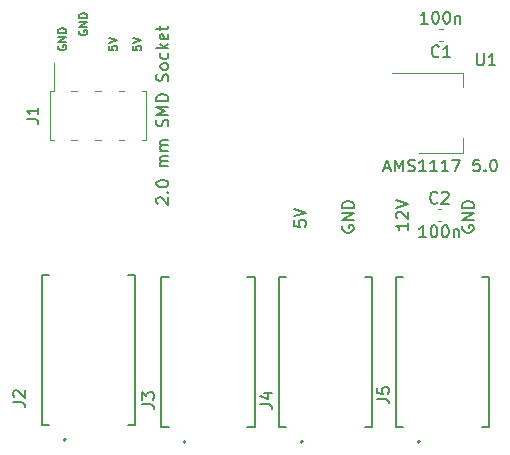
<source format=gbr>
%TF.GenerationSoftware,KiCad,Pcbnew,7.0.9*%
%TF.CreationDate,2023-12-16T14:17:49+09:00*%
%TF.ProjectId,extension,65787465-6e73-4696-9f6e-2e6b69636164,rev?*%
%TF.SameCoordinates,Original*%
%TF.FileFunction,Legend,Top*%
%TF.FilePolarity,Positive*%
%FSLAX46Y46*%
G04 Gerber Fmt 4.6, Leading zero omitted, Abs format (unit mm)*
G04 Created by KiCad (PCBNEW 7.0.9) date 2023-12-16 14:17:49*
%MOMM*%
%LPD*%
G01*
G04 APERTURE LIST*
%ADD10C,0.150000*%
%ADD11C,0.120000*%
%ADD12C,0.127000*%
%ADD13C,0.200000*%
G04 APERTURE END LIST*
D10*
X90679866Y-52961982D02*
X90646533Y-53028649D01*
X90646533Y-53028649D02*
X90646533Y-53128649D01*
X90646533Y-53128649D02*
X90679866Y-53228649D01*
X90679866Y-53228649D02*
X90746533Y-53295316D01*
X90746533Y-53295316D02*
X90813200Y-53328649D01*
X90813200Y-53328649D02*
X90946533Y-53361982D01*
X90946533Y-53361982D02*
X91046533Y-53361982D01*
X91046533Y-53361982D02*
X91179866Y-53328649D01*
X91179866Y-53328649D02*
X91246533Y-53295316D01*
X91246533Y-53295316D02*
X91313200Y-53228649D01*
X91313200Y-53228649D02*
X91346533Y-53128649D01*
X91346533Y-53128649D02*
X91346533Y-53061982D01*
X91346533Y-53061982D02*
X91313200Y-52961982D01*
X91313200Y-52961982D02*
X91279866Y-52928649D01*
X91279866Y-52928649D02*
X91046533Y-52928649D01*
X91046533Y-52928649D02*
X91046533Y-53061982D01*
X91346533Y-52628649D02*
X90646533Y-52628649D01*
X90646533Y-52628649D02*
X91346533Y-52228649D01*
X91346533Y-52228649D02*
X90646533Y-52228649D01*
X91346533Y-51895316D02*
X90646533Y-51895316D01*
X90646533Y-51895316D02*
X90646533Y-51728649D01*
X90646533Y-51728649D02*
X90679866Y-51628649D01*
X90679866Y-51628649D02*
X90746533Y-51561983D01*
X90746533Y-51561983D02*
X90813200Y-51528649D01*
X90813200Y-51528649D02*
X90946533Y-51495316D01*
X90946533Y-51495316D02*
X91046533Y-51495316D01*
X91046533Y-51495316D02*
X91179866Y-51528649D01*
X91179866Y-51528649D02*
X91246533Y-51561983D01*
X91246533Y-51561983D02*
X91313200Y-51628649D01*
X91313200Y-51628649D02*
X91346533Y-51728649D01*
X91346533Y-51728649D02*
X91346533Y-51895316D01*
X108851819Y-69037030D02*
X108851819Y-69513220D01*
X108851819Y-69513220D02*
X109328009Y-69560839D01*
X109328009Y-69560839D02*
X109280390Y-69513220D01*
X109280390Y-69513220D02*
X109232771Y-69417982D01*
X109232771Y-69417982D02*
X109232771Y-69179887D01*
X109232771Y-69179887D02*
X109280390Y-69084649D01*
X109280390Y-69084649D02*
X109328009Y-69037030D01*
X109328009Y-69037030D02*
X109423247Y-68989411D01*
X109423247Y-68989411D02*
X109661342Y-68989411D01*
X109661342Y-68989411D02*
X109756580Y-69037030D01*
X109756580Y-69037030D02*
X109804200Y-69084649D01*
X109804200Y-69084649D02*
X109851819Y-69179887D01*
X109851819Y-69179887D02*
X109851819Y-69417982D01*
X109851819Y-69417982D02*
X109804200Y-69513220D01*
X109804200Y-69513220D02*
X109756580Y-69560839D01*
X108851819Y-68703696D02*
X109851819Y-68370363D01*
X109851819Y-68370363D02*
X108851819Y-68037030D01*
X93186533Y-54265316D02*
X93186533Y-54598649D01*
X93186533Y-54598649D02*
X93519866Y-54631982D01*
X93519866Y-54631982D02*
X93486533Y-54598649D01*
X93486533Y-54598649D02*
X93453200Y-54531982D01*
X93453200Y-54531982D02*
X93453200Y-54365316D01*
X93453200Y-54365316D02*
X93486533Y-54298649D01*
X93486533Y-54298649D02*
X93519866Y-54265316D01*
X93519866Y-54265316D02*
X93586533Y-54231982D01*
X93586533Y-54231982D02*
X93753200Y-54231982D01*
X93753200Y-54231982D02*
X93819866Y-54265316D01*
X93819866Y-54265316D02*
X93853200Y-54298649D01*
X93853200Y-54298649D02*
X93886533Y-54365316D01*
X93886533Y-54365316D02*
X93886533Y-54531982D01*
X93886533Y-54531982D02*
X93853200Y-54598649D01*
X93853200Y-54598649D02*
X93819866Y-54631982D01*
X93186533Y-54031982D02*
X93886533Y-53798649D01*
X93886533Y-53798649D02*
X93186533Y-53565315D01*
X88901866Y-54231982D02*
X88868533Y-54298649D01*
X88868533Y-54298649D02*
X88868533Y-54398649D01*
X88868533Y-54398649D02*
X88901866Y-54498649D01*
X88901866Y-54498649D02*
X88968533Y-54565316D01*
X88968533Y-54565316D02*
X89035200Y-54598649D01*
X89035200Y-54598649D02*
X89168533Y-54631982D01*
X89168533Y-54631982D02*
X89268533Y-54631982D01*
X89268533Y-54631982D02*
X89401866Y-54598649D01*
X89401866Y-54598649D02*
X89468533Y-54565316D01*
X89468533Y-54565316D02*
X89535200Y-54498649D01*
X89535200Y-54498649D02*
X89568533Y-54398649D01*
X89568533Y-54398649D02*
X89568533Y-54331982D01*
X89568533Y-54331982D02*
X89535200Y-54231982D01*
X89535200Y-54231982D02*
X89501866Y-54198649D01*
X89501866Y-54198649D02*
X89268533Y-54198649D01*
X89268533Y-54198649D02*
X89268533Y-54331982D01*
X89568533Y-53898649D02*
X88868533Y-53898649D01*
X88868533Y-53898649D02*
X89568533Y-53498649D01*
X89568533Y-53498649D02*
X88868533Y-53498649D01*
X89568533Y-53165316D02*
X88868533Y-53165316D01*
X88868533Y-53165316D02*
X88868533Y-52998649D01*
X88868533Y-52998649D02*
X88901866Y-52898649D01*
X88901866Y-52898649D02*
X88968533Y-52831983D01*
X88968533Y-52831983D02*
X89035200Y-52798649D01*
X89035200Y-52798649D02*
X89168533Y-52765316D01*
X89168533Y-52765316D02*
X89268533Y-52765316D01*
X89268533Y-52765316D02*
X89401866Y-52798649D01*
X89401866Y-52798649D02*
X89468533Y-52831983D01*
X89468533Y-52831983D02*
X89535200Y-52898649D01*
X89535200Y-52898649D02*
X89568533Y-52998649D01*
X89568533Y-52998649D02*
X89568533Y-53165316D01*
X95218533Y-54265316D02*
X95218533Y-54598649D01*
X95218533Y-54598649D02*
X95551866Y-54631982D01*
X95551866Y-54631982D02*
X95518533Y-54598649D01*
X95518533Y-54598649D02*
X95485200Y-54531982D01*
X95485200Y-54531982D02*
X95485200Y-54365316D01*
X95485200Y-54365316D02*
X95518533Y-54298649D01*
X95518533Y-54298649D02*
X95551866Y-54265316D01*
X95551866Y-54265316D02*
X95618533Y-54231982D01*
X95618533Y-54231982D02*
X95785200Y-54231982D01*
X95785200Y-54231982D02*
X95851866Y-54265316D01*
X95851866Y-54265316D02*
X95885200Y-54298649D01*
X95885200Y-54298649D02*
X95918533Y-54365316D01*
X95918533Y-54365316D02*
X95918533Y-54531982D01*
X95918533Y-54531982D02*
X95885200Y-54598649D01*
X95885200Y-54598649D02*
X95851866Y-54631982D01*
X95218533Y-54031982D02*
X95918533Y-53798649D01*
X95918533Y-53798649D02*
X95218533Y-53565315D01*
X123123438Y-69497411D02*
X123075819Y-69592649D01*
X123075819Y-69592649D02*
X123075819Y-69735506D01*
X123075819Y-69735506D02*
X123123438Y-69878363D01*
X123123438Y-69878363D02*
X123218676Y-69973601D01*
X123218676Y-69973601D02*
X123313914Y-70021220D01*
X123313914Y-70021220D02*
X123504390Y-70068839D01*
X123504390Y-70068839D02*
X123647247Y-70068839D01*
X123647247Y-70068839D02*
X123837723Y-70021220D01*
X123837723Y-70021220D02*
X123932961Y-69973601D01*
X123932961Y-69973601D02*
X124028200Y-69878363D01*
X124028200Y-69878363D02*
X124075819Y-69735506D01*
X124075819Y-69735506D02*
X124075819Y-69640268D01*
X124075819Y-69640268D02*
X124028200Y-69497411D01*
X124028200Y-69497411D02*
X123980580Y-69449792D01*
X123980580Y-69449792D02*
X123647247Y-69449792D01*
X123647247Y-69449792D02*
X123647247Y-69640268D01*
X124075819Y-69021220D02*
X123075819Y-69021220D01*
X123075819Y-69021220D02*
X124075819Y-68449792D01*
X124075819Y-68449792D02*
X123075819Y-68449792D01*
X124075819Y-67973601D02*
X123075819Y-67973601D01*
X123075819Y-67973601D02*
X123075819Y-67735506D01*
X123075819Y-67735506D02*
X123123438Y-67592649D01*
X123123438Y-67592649D02*
X123218676Y-67497411D01*
X123218676Y-67497411D02*
X123313914Y-67449792D01*
X123313914Y-67449792D02*
X123504390Y-67402173D01*
X123504390Y-67402173D02*
X123647247Y-67402173D01*
X123647247Y-67402173D02*
X123837723Y-67449792D01*
X123837723Y-67449792D02*
X123932961Y-67497411D01*
X123932961Y-67497411D02*
X124028200Y-67592649D01*
X124028200Y-67592649D02*
X124075819Y-67735506D01*
X124075819Y-67735506D02*
X124075819Y-67973601D01*
X118487819Y-69243411D02*
X118487819Y-69814839D01*
X118487819Y-69529125D02*
X117487819Y-69529125D01*
X117487819Y-69529125D02*
X117630676Y-69624363D01*
X117630676Y-69624363D02*
X117725914Y-69719601D01*
X117725914Y-69719601D02*
X117773533Y-69814839D01*
X117583057Y-68862458D02*
X117535438Y-68814839D01*
X117535438Y-68814839D02*
X117487819Y-68719601D01*
X117487819Y-68719601D02*
X117487819Y-68481506D01*
X117487819Y-68481506D02*
X117535438Y-68386268D01*
X117535438Y-68386268D02*
X117583057Y-68338649D01*
X117583057Y-68338649D02*
X117678295Y-68291030D01*
X117678295Y-68291030D02*
X117773533Y-68291030D01*
X117773533Y-68291030D02*
X117916390Y-68338649D01*
X117916390Y-68338649D02*
X118487819Y-68910077D01*
X118487819Y-68910077D02*
X118487819Y-68291030D01*
X117487819Y-68005315D02*
X118487819Y-67671982D01*
X118487819Y-67671982D02*
X117487819Y-67338649D01*
X112963438Y-69497411D02*
X112915819Y-69592649D01*
X112915819Y-69592649D02*
X112915819Y-69735506D01*
X112915819Y-69735506D02*
X112963438Y-69878363D01*
X112963438Y-69878363D02*
X113058676Y-69973601D01*
X113058676Y-69973601D02*
X113153914Y-70021220D01*
X113153914Y-70021220D02*
X113344390Y-70068839D01*
X113344390Y-70068839D02*
X113487247Y-70068839D01*
X113487247Y-70068839D02*
X113677723Y-70021220D01*
X113677723Y-70021220D02*
X113772961Y-69973601D01*
X113772961Y-69973601D02*
X113868200Y-69878363D01*
X113868200Y-69878363D02*
X113915819Y-69735506D01*
X113915819Y-69735506D02*
X113915819Y-69640268D01*
X113915819Y-69640268D02*
X113868200Y-69497411D01*
X113868200Y-69497411D02*
X113820580Y-69449792D01*
X113820580Y-69449792D02*
X113487247Y-69449792D01*
X113487247Y-69449792D02*
X113487247Y-69640268D01*
X113915819Y-69021220D02*
X112915819Y-69021220D01*
X112915819Y-69021220D02*
X113915819Y-68449792D01*
X113915819Y-68449792D02*
X112915819Y-68449792D01*
X113915819Y-67973601D02*
X112915819Y-67973601D01*
X112915819Y-67973601D02*
X112915819Y-67735506D01*
X112915819Y-67735506D02*
X112963438Y-67592649D01*
X112963438Y-67592649D02*
X113058676Y-67497411D01*
X113058676Y-67497411D02*
X113153914Y-67449792D01*
X113153914Y-67449792D02*
X113344390Y-67402173D01*
X113344390Y-67402173D02*
X113487247Y-67402173D01*
X113487247Y-67402173D02*
X113677723Y-67449792D01*
X113677723Y-67449792D02*
X113772961Y-67497411D01*
X113772961Y-67497411D02*
X113868200Y-67592649D01*
X113868200Y-67592649D02*
X113915819Y-67735506D01*
X113915819Y-67735506D02*
X113915819Y-67973601D01*
X121118333Y-55129580D02*
X121070714Y-55177200D01*
X121070714Y-55177200D02*
X120927857Y-55224819D01*
X120927857Y-55224819D02*
X120832619Y-55224819D01*
X120832619Y-55224819D02*
X120689762Y-55177200D01*
X120689762Y-55177200D02*
X120594524Y-55081961D01*
X120594524Y-55081961D02*
X120546905Y-54986723D01*
X120546905Y-54986723D02*
X120499286Y-54796247D01*
X120499286Y-54796247D02*
X120499286Y-54653390D01*
X120499286Y-54653390D02*
X120546905Y-54462914D01*
X120546905Y-54462914D02*
X120594524Y-54367676D01*
X120594524Y-54367676D02*
X120689762Y-54272438D01*
X120689762Y-54272438D02*
X120832619Y-54224819D01*
X120832619Y-54224819D02*
X120927857Y-54224819D01*
X120927857Y-54224819D02*
X121070714Y-54272438D01*
X121070714Y-54272438D02*
X121118333Y-54320057D01*
X122070714Y-55224819D02*
X121499286Y-55224819D01*
X121785000Y-55224819D02*
X121785000Y-54224819D01*
X121785000Y-54224819D02*
X121689762Y-54367676D01*
X121689762Y-54367676D02*
X121594524Y-54462914D01*
X121594524Y-54462914D02*
X121499286Y-54510533D01*
X120165952Y-52364819D02*
X119594524Y-52364819D01*
X119880238Y-52364819D02*
X119880238Y-51364819D01*
X119880238Y-51364819D02*
X119785000Y-51507676D01*
X119785000Y-51507676D02*
X119689762Y-51602914D01*
X119689762Y-51602914D02*
X119594524Y-51650533D01*
X120785000Y-51364819D02*
X120880238Y-51364819D01*
X120880238Y-51364819D02*
X120975476Y-51412438D01*
X120975476Y-51412438D02*
X121023095Y-51460057D01*
X121023095Y-51460057D02*
X121070714Y-51555295D01*
X121070714Y-51555295D02*
X121118333Y-51745771D01*
X121118333Y-51745771D02*
X121118333Y-51983866D01*
X121118333Y-51983866D02*
X121070714Y-52174342D01*
X121070714Y-52174342D02*
X121023095Y-52269580D01*
X121023095Y-52269580D02*
X120975476Y-52317200D01*
X120975476Y-52317200D02*
X120880238Y-52364819D01*
X120880238Y-52364819D02*
X120785000Y-52364819D01*
X120785000Y-52364819D02*
X120689762Y-52317200D01*
X120689762Y-52317200D02*
X120642143Y-52269580D01*
X120642143Y-52269580D02*
X120594524Y-52174342D01*
X120594524Y-52174342D02*
X120546905Y-51983866D01*
X120546905Y-51983866D02*
X120546905Y-51745771D01*
X120546905Y-51745771D02*
X120594524Y-51555295D01*
X120594524Y-51555295D02*
X120642143Y-51460057D01*
X120642143Y-51460057D02*
X120689762Y-51412438D01*
X120689762Y-51412438D02*
X120785000Y-51364819D01*
X121737381Y-51364819D02*
X121832619Y-51364819D01*
X121832619Y-51364819D02*
X121927857Y-51412438D01*
X121927857Y-51412438D02*
X121975476Y-51460057D01*
X121975476Y-51460057D02*
X122023095Y-51555295D01*
X122023095Y-51555295D02*
X122070714Y-51745771D01*
X122070714Y-51745771D02*
X122070714Y-51983866D01*
X122070714Y-51983866D02*
X122023095Y-52174342D01*
X122023095Y-52174342D02*
X121975476Y-52269580D01*
X121975476Y-52269580D02*
X121927857Y-52317200D01*
X121927857Y-52317200D02*
X121832619Y-52364819D01*
X121832619Y-52364819D02*
X121737381Y-52364819D01*
X121737381Y-52364819D02*
X121642143Y-52317200D01*
X121642143Y-52317200D02*
X121594524Y-52269580D01*
X121594524Y-52269580D02*
X121546905Y-52174342D01*
X121546905Y-52174342D02*
X121499286Y-51983866D01*
X121499286Y-51983866D02*
X121499286Y-51745771D01*
X121499286Y-51745771D02*
X121546905Y-51555295D01*
X121546905Y-51555295D02*
X121594524Y-51460057D01*
X121594524Y-51460057D02*
X121642143Y-51412438D01*
X121642143Y-51412438D02*
X121737381Y-51364819D01*
X122499286Y-51698152D02*
X122499286Y-52364819D01*
X122499286Y-51793390D02*
X122546905Y-51745771D01*
X122546905Y-51745771D02*
X122642143Y-51698152D01*
X122642143Y-51698152D02*
X122785000Y-51698152D01*
X122785000Y-51698152D02*
X122880238Y-51745771D01*
X122880238Y-51745771D02*
X122927857Y-51841009D01*
X122927857Y-51841009D02*
X122927857Y-52364819D01*
X120978333Y-67509580D02*
X120930714Y-67557200D01*
X120930714Y-67557200D02*
X120787857Y-67604819D01*
X120787857Y-67604819D02*
X120692619Y-67604819D01*
X120692619Y-67604819D02*
X120549762Y-67557200D01*
X120549762Y-67557200D02*
X120454524Y-67461961D01*
X120454524Y-67461961D02*
X120406905Y-67366723D01*
X120406905Y-67366723D02*
X120359286Y-67176247D01*
X120359286Y-67176247D02*
X120359286Y-67033390D01*
X120359286Y-67033390D02*
X120406905Y-66842914D01*
X120406905Y-66842914D02*
X120454524Y-66747676D01*
X120454524Y-66747676D02*
X120549762Y-66652438D01*
X120549762Y-66652438D02*
X120692619Y-66604819D01*
X120692619Y-66604819D02*
X120787857Y-66604819D01*
X120787857Y-66604819D02*
X120930714Y-66652438D01*
X120930714Y-66652438D02*
X120978333Y-66700057D01*
X121359286Y-66700057D02*
X121406905Y-66652438D01*
X121406905Y-66652438D02*
X121502143Y-66604819D01*
X121502143Y-66604819D02*
X121740238Y-66604819D01*
X121740238Y-66604819D02*
X121835476Y-66652438D01*
X121835476Y-66652438D02*
X121883095Y-66700057D01*
X121883095Y-66700057D02*
X121930714Y-66795295D01*
X121930714Y-66795295D02*
X121930714Y-66890533D01*
X121930714Y-66890533D02*
X121883095Y-67033390D01*
X121883095Y-67033390D02*
X121311667Y-67604819D01*
X121311667Y-67604819D02*
X121930714Y-67604819D01*
X120025952Y-70464819D02*
X119454524Y-70464819D01*
X119740238Y-70464819D02*
X119740238Y-69464819D01*
X119740238Y-69464819D02*
X119645000Y-69607676D01*
X119645000Y-69607676D02*
X119549762Y-69702914D01*
X119549762Y-69702914D02*
X119454524Y-69750533D01*
X120645000Y-69464819D02*
X120740238Y-69464819D01*
X120740238Y-69464819D02*
X120835476Y-69512438D01*
X120835476Y-69512438D02*
X120883095Y-69560057D01*
X120883095Y-69560057D02*
X120930714Y-69655295D01*
X120930714Y-69655295D02*
X120978333Y-69845771D01*
X120978333Y-69845771D02*
X120978333Y-70083866D01*
X120978333Y-70083866D02*
X120930714Y-70274342D01*
X120930714Y-70274342D02*
X120883095Y-70369580D01*
X120883095Y-70369580D02*
X120835476Y-70417200D01*
X120835476Y-70417200D02*
X120740238Y-70464819D01*
X120740238Y-70464819D02*
X120645000Y-70464819D01*
X120645000Y-70464819D02*
X120549762Y-70417200D01*
X120549762Y-70417200D02*
X120502143Y-70369580D01*
X120502143Y-70369580D02*
X120454524Y-70274342D01*
X120454524Y-70274342D02*
X120406905Y-70083866D01*
X120406905Y-70083866D02*
X120406905Y-69845771D01*
X120406905Y-69845771D02*
X120454524Y-69655295D01*
X120454524Y-69655295D02*
X120502143Y-69560057D01*
X120502143Y-69560057D02*
X120549762Y-69512438D01*
X120549762Y-69512438D02*
X120645000Y-69464819D01*
X121597381Y-69464819D02*
X121692619Y-69464819D01*
X121692619Y-69464819D02*
X121787857Y-69512438D01*
X121787857Y-69512438D02*
X121835476Y-69560057D01*
X121835476Y-69560057D02*
X121883095Y-69655295D01*
X121883095Y-69655295D02*
X121930714Y-69845771D01*
X121930714Y-69845771D02*
X121930714Y-70083866D01*
X121930714Y-70083866D02*
X121883095Y-70274342D01*
X121883095Y-70274342D02*
X121835476Y-70369580D01*
X121835476Y-70369580D02*
X121787857Y-70417200D01*
X121787857Y-70417200D02*
X121692619Y-70464819D01*
X121692619Y-70464819D02*
X121597381Y-70464819D01*
X121597381Y-70464819D02*
X121502143Y-70417200D01*
X121502143Y-70417200D02*
X121454524Y-70369580D01*
X121454524Y-70369580D02*
X121406905Y-70274342D01*
X121406905Y-70274342D02*
X121359286Y-70083866D01*
X121359286Y-70083866D02*
X121359286Y-69845771D01*
X121359286Y-69845771D02*
X121406905Y-69655295D01*
X121406905Y-69655295D02*
X121454524Y-69560057D01*
X121454524Y-69560057D02*
X121502143Y-69512438D01*
X121502143Y-69512438D02*
X121597381Y-69464819D01*
X122359286Y-69798152D02*
X122359286Y-70464819D01*
X122359286Y-69893390D02*
X122406905Y-69845771D01*
X122406905Y-69845771D02*
X122502143Y-69798152D01*
X122502143Y-69798152D02*
X122645000Y-69798152D01*
X122645000Y-69798152D02*
X122740238Y-69845771D01*
X122740238Y-69845771D02*
X122787857Y-69941009D01*
X122787857Y-69941009D02*
X122787857Y-70464819D01*
X86204819Y-60478333D02*
X86919104Y-60478333D01*
X86919104Y-60478333D02*
X87061961Y-60525952D01*
X87061961Y-60525952D02*
X87157200Y-60621190D01*
X87157200Y-60621190D02*
X87204819Y-60764047D01*
X87204819Y-60764047D02*
X87204819Y-60859285D01*
X87204819Y-59478333D02*
X87204819Y-60049761D01*
X87204819Y-59764047D02*
X86204819Y-59764047D01*
X86204819Y-59764047D02*
X86347676Y-59859285D01*
X86347676Y-59859285D02*
X86442914Y-59954523D01*
X86442914Y-59954523D02*
X86490533Y-60049761D01*
X97300057Y-67644999D02*
X97252438Y-67597380D01*
X97252438Y-67597380D02*
X97204819Y-67502142D01*
X97204819Y-67502142D02*
X97204819Y-67264047D01*
X97204819Y-67264047D02*
X97252438Y-67168809D01*
X97252438Y-67168809D02*
X97300057Y-67121190D01*
X97300057Y-67121190D02*
X97395295Y-67073571D01*
X97395295Y-67073571D02*
X97490533Y-67073571D01*
X97490533Y-67073571D02*
X97633390Y-67121190D01*
X97633390Y-67121190D02*
X98204819Y-67692618D01*
X98204819Y-67692618D02*
X98204819Y-67073571D01*
X98109580Y-66644999D02*
X98157200Y-66597380D01*
X98157200Y-66597380D02*
X98204819Y-66644999D01*
X98204819Y-66644999D02*
X98157200Y-66692618D01*
X98157200Y-66692618D02*
X98109580Y-66644999D01*
X98109580Y-66644999D02*
X98204819Y-66644999D01*
X97204819Y-65978333D02*
X97204819Y-65883095D01*
X97204819Y-65883095D02*
X97252438Y-65787857D01*
X97252438Y-65787857D02*
X97300057Y-65740238D01*
X97300057Y-65740238D02*
X97395295Y-65692619D01*
X97395295Y-65692619D02*
X97585771Y-65645000D01*
X97585771Y-65645000D02*
X97823866Y-65645000D01*
X97823866Y-65645000D02*
X98014342Y-65692619D01*
X98014342Y-65692619D02*
X98109580Y-65740238D01*
X98109580Y-65740238D02*
X98157200Y-65787857D01*
X98157200Y-65787857D02*
X98204819Y-65883095D01*
X98204819Y-65883095D02*
X98204819Y-65978333D01*
X98204819Y-65978333D02*
X98157200Y-66073571D01*
X98157200Y-66073571D02*
X98109580Y-66121190D01*
X98109580Y-66121190D02*
X98014342Y-66168809D01*
X98014342Y-66168809D02*
X97823866Y-66216428D01*
X97823866Y-66216428D02*
X97585771Y-66216428D01*
X97585771Y-66216428D02*
X97395295Y-66168809D01*
X97395295Y-66168809D02*
X97300057Y-66121190D01*
X97300057Y-66121190D02*
X97252438Y-66073571D01*
X97252438Y-66073571D02*
X97204819Y-65978333D01*
X98204819Y-64454523D02*
X97538152Y-64454523D01*
X97633390Y-64454523D02*
X97585771Y-64406904D01*
X97585771Y-64406904D02*
X97538152Y-64311666D01*
X97538152Y-64311666D02*
X97538152Y-64168809D01*
X97538152Y-64168809D02*
X97585771Y-64073571D01*
X97585771Y-64073571D02*
X97681009Y-64025952D01*
X97681009Y-64025952D02*
X98204819Y-64025952D01*
X97681009Y-64025952D02*
X97585771Y-63978333D01*
X97585771Y-63978333D02*
X97538152Y-63883095D01*
X97538152Y-63883095D02*
X97538152Y-63740238D01*
X97538152Y-63740238D02*
X97585771Y-63644999D01*
X97585771Y-63644999D02*
X97681009Y-63597380D01*
X97681009Y-63597380D02*
X98204819Y-63597380D01*
X98204819Y-63121190D02*
X97538152Y-63121190D01*
X97633390Y-63121190D02*
X97585771Y-63073571D01*
X97585771Y-63073571D02*
X97538152Y-62978333D01*
X97538152Y-62978333D02*
X97538152Y-62835476D01*
X97538152Y-62835476D02*
X97585771Y-62740238D01*
X97585771Y-62740238D02*
X97681009Y-62692619D01*
X97681009Y-62692619D02*
X98204819Y-62692619D01*
X97681009Y-62692619D02*
X97585771Y-62645000D01*
X97585771Y-62645000D02*
X97538152Y-62549762D01*
X97538152Y-62549762D02*
X97538152Y-62406905D01*
X97538152Y-62406905D02*
X97585771Y-62311666D01*
X97585771Y-62311666D02*
X97681009Y-62264047D01*
X97681009Y-62264047D02*
X98204819Y-62264047D01*
X98157200Y-61073571D02*
X98204819Y-60930714D01*
X98204819Y-60930714D02*
X98204819Y-60692619D01*
X98204819Y-60692619D02*
X98157200Y-60597381D01*
X98157200Y-60597381D02*
X98109580Y-60549762D01*
X98109580Y-60549762D02*
X98014342Y-60502143D01*
X98014342Y-60502143D02*
X97919104Y-60502143D01*
X97919104Y-60502143D02*
X97823866Y-60549762D01*
X97823866Y-60549762D02*
X97776247Y-60597381D01*
X97776247Y-60597381D02*
X97728628Y-60692619D01*
X97728628Y-60692619D02*
X97681009Y-60883095D01*
X97681009Y-60883095D02*
X97633390Y-60978333D01*
X97633390Y-60978333D02*
X97585771Y-61025952D01*
X97585771Y-61025952D02*
X97490533Y-61073571D01*
X97490533Y-61073571D02*
X97395295Y-61073571D01*
X97395295Y-61073571D02*
X97300057Y-61025952D01*
X97300057Y-61025952D02*
X97252438Y-60978333D01*
X97252438Y-60978333D02*
X97204819Y-60883095D01*
X97204819Y-60883095D02*
X97204819Y-60645000D01*
X97204819Y-60645000D02*
X97252438Y-60502143D01*
X98204819Y-60073571D02*
X97204819Y-60073571D01*
X97204819Y-60073571D02*
X97919104Y-59740238D01*
X97919104Y-59740238D02*
X97204819Y-59406905D01*
X97204819Y-59406905D02*
X98204819Y-59406905D01*
X98204819Y-58930714D02*
X97204819Y-58930714D01*
X97204819Y-58930714D02*
X97204819Y-58692619D01*
X97204819Y-58692619D02*
X97252438Y-58549762D01*
X97252438Y-58549762D02*
X97347676Y-58454524D01*
X97347676Y-58454524D02*
X97442914Y-58406905D01*
X97442914Y-58406905D02*
X97633390Y-58359286D01*
X97633390Y-58359286D02*
X97776247Y-58359286D01*
X97776247Y-58359286D02*
X97966723Y-58406905D01*
X97966723Y-58406905D02*
X98061961Y-58454524D01*
X98061961Y-58454524D02*
X98157200Y-58549762D01*
X98157200Y-58549762D02*
X98204819Y-58692619D01*
X98204819Y-58692619D02*
X98204819Y-58930714D01*
X98157200Y-57216428D02*
X98204819Y-57073571D01*
X98204819Y-57073571D02*
X98204819Y-56835476D01*
X98204819Y-56835476D02*
X98157200Y-56740238D01*
X98157200Y-56740238D02*
X98109580Y-56692619D01*
X98109580Y-56692619D02*
X98014342Y-56645000D01*
X98014342Y-56645000D02*
X97919104Y-56645000D01*
X97919104Y-56645000D02*
X97823866Y-56692619D01*
X97823866Y-56692619D02*
X97776247Y-56740238D01*
X97776247Y-56740238D02*
X97728628Y-56835476D01*
X97728628Y-56835476D02*
X97681009Y-57025952D01*
X97681009Y-57025952D02*
X97633390Y-57121190D01*
X97633390Y-57121190D02*
X97585771Y-57168809D01*
X97585771Y-57168809D02*
X97490533Y-57216428D01*
X97490533Y-57216428D02*
X97395295Y-57216428D01*
X97395295Y-57216428D02*
X97300057Y-57168809D01*
X97300057Y-57168809D02*
X97252438Y-57121190D01*
X97252438Y-57121190D02*
X97204819Y-57025952D01*
X97204819Y-57025952D02*
X97204819Y-56787857D01*
X97204819Y-56787857D02*
X97252438Y-56645000D01*
X98204819Y-56073571D02*
X98157200Y-56168809D01*
X98157200Y-56168809D02*
X98109580Y-56216428D01*
X98109580Y-56216428D02*
X98014342Y-56264047D01*
X98014342Y-56264047D02*
X97728628Y-56264047D01*
X97728628Y-56264047D02*
X97633390Y-56216428D01*
X97633390Y-56216428D02*
X97585771Y-56168809D01*
X97585771Y-56168809D02*
X97538152Y-56073571D01*
X97538152Y-56073571D02*
X97538152Y-55930714D01*
X97538152Y-55930714D02*
X97585771Y-55835476D01*
X97585771Y-55835476D02*
X97633390Y-55787857D01*
X97633390Y-55787857D02*
X97728628Y-55740238D01*
X97728628Y-55740238D02*
X98014342Y-55740238D01*
X98014342Y-55740238D02*
X98109580Y-55787857D01*
X98109580Y-55787857D02*
X98157200Y-55835476D01*
X98157200Y-55835476D02*
X98204819Y-55930714D01*
X98204819Y-55930714D02*
X98204819Y-56073571D01*
X98157200Y-54883095D02*
X98204819Y-54978333D01*
X98204819Y-54978333D02*
X98204819Y-55168809D01*
X98204819Y-55168809D02*
X98157200Y-55264047D01*
X98157200Y-55264047D02*
X98109580Y-55311666D01*
X98109580Y-55311666D02*
X98014342Y-55359285D01*
X98014342Y-55359285D02*
X97728628Y-55359285D01*
X97728628Y-55359285D02*
X97633390Y-55311666D01*
X97633390Y-55311666D02*
X97585771Y-55264047D01*
X97585771Y-55264047D02*
X97538152Y-55168809D01*
X97538152Y-55168809D02*
X97538152Y-54978333D01*
X97538152Y-54978333D02*
X97585771Y-54883095D01*
X98204819Y-54454523D02*
X97204819Y-54454523D01*
X97823866Y-54359285D02*
X98204819Y-54073571D01*
X97538152Y-54073571D02*
X97919104Y-54454523D01*
X98157200Y-53264047D02*
X98204819Y-53359285D01*
X98204819Y-53359285D02*
X98204819Y-53549761D01*
X98204819Y-53549761D02*
X98157200Y-53644999D01*
X98157200Y-53644999D02*
X98061961Y-53692618D01*
X98061961Y-53692618D02*
X97681009Y-53692618D01*
X97681009Y-53692618D02*
X97585771Y-53644999D01*
X97585771Y-53644999D02*
X97538152Y-53549761D01*
X97538152Y-53549761D02*
X97538152Y-53359285D01*
X97538152Y-53359285D02*
X97585771Y-53264047D01*
X97585771Y-53264047D02*
X97681009Y-53216428D01*
X97681009Y-53216428D02*
X97776247Y-53216428D01*
X97776247Y-53216428D02*
X97871485Y-53692618D01*
X97538152Y-52930713D02*
X97538152Y-52549761D01*
X97204819Y-52787856D02*
X98061961Y-52787856D01*
X98061961Y-52787856D02*
X98157200Y-52740237D01*
X98157200Y-52740237D02*
X98204819Y-52644999D01*
X98204819Y-52644999D02*
X98204819Y-52549761D01*
X105975819Y-84588333D02*
X106690104Y-84588333D01*
X106690104Y-84588333D02*
X106832961Y-84635952D01*
X106832961Y-84635952D02*
X106928200Y-84731190D01*
X106928200Y-84731190D02*
X106975819Y-84874047D01*
X106975819Y-84874047D02*
X106975819Y-84969285D01*
X106309152Y-83683571D02*
X106975819Y-83683571D01*
X105928200Y-83921666D02*
X106642485Y-84159761D01*
X106642485Y-84159761D02*
X106642485Y-83540714D01*
X85059819Y-84418333D02*
X85774104Y-84418333D01*
X85774104Y-84418333D02*
X85916961Y-84465952D01*
X85916961Y-84465952D02*
X86012200Y-84561190D01*
X86012200Y-84561190D02*
X86059819Y-84704047D01*
X86059819Y-84704047D02*
X86059819Y-84799285D01*
X85155057Y-83989761D02*
X85107438Y-83942142D01*
X85107438Y-83942142D02*
X85059819Y-83846904D01*
X85059819Y-83846904D02*
X85059819Y-83608809D01*
X85059819Y-83608809D02*
X85107438Y-83513571D01*
X85107438Y-83513571D02*
X85155057Y-83465952D01*
X85155057Y-83465952D02*
X85250295Y-83418333D01*
X85250295Y-83418333D02*
X85345533Y-83418333D01*
X85345533Y-83418333D02*
X85488390Y-83465952D01*
X85488390Y-83465952D02*
X86059819Y-84037380D01*
X86059819Y-84037380D02*
X86059819Y-83418333D01*
X95974819Y-84588333D02*
X96689104Y-84588333D01*
X96689104Y-84588333D02*
X96831961Y-84635952D01*
X96831961Y-84635952D02*
X96927200Y-84731190D01*
X96927200Y-84731190D02*
X96974819Y-84874047D01*
X96974819Y-84874047D02*
X96974819Y-84969285D01*
X95974819Y-84207380D02*
X95974819Y-83588333D01*
X95974819Y-83588333D02*
X96355771Y-83921666D01*
X96355771Y-83921666D02*
X96355771Y-83778809D01*
X96355771Y-83778809D02*
X96403390Y-83683571D01*
X96403390Y-83683571D02*
X96451009Y-83635952D01*
X96451009Y-83635952D02*
X96546247Y-83588333D01*
X96546247Y-83588333D02*
X96784342Y-83588333D01*
X96784342Y-83588333D02*
X96879580Y-83635952D01*
X96879580Y-83635952D02*
X96927200Y-83683571D01*
X96927200Y-83683571D02*
X96974819Y-83778809D01*
X96974819Y-83778809D02*
X96974819Y-84064523D01*
X96974819Y-84064523D02*
X96927200Y-84159761D01*
X96927200Y-84159761D02*
X96879580Y-84207380D01*
X115881819Y-84153333D02*
X116596104Y-84153333D01*
X116596104Y-84153333D02*
X116738961Y-84200952D01*
X116738961Y-84200952D02*
X116834200Y-84296190D01*
X116834200Y-84296190D02*
X116881819Y-84439047D01*
X116881819Y-84439047D02*
X116881819Y-84534285D01*
X115881819Y-83200952D02*
X115881819Y-83677142D01*
X115881819Y-83677142D02*
X116358009Y-83724761D01*
X116358009Y-83724761D02*
X116310390Y-83677142D01*
X116310390Y-83677142D02*
X116262771Y-83581904D01*
X116262771Y-83581904D02*
X116262771Y-83343809D01*
X116262771Y-83343809D02*
X116310390Y-83248571D01*
X116310390Y-83248571D02*
X116358009Y-83200952D01*
X116358009Y-83200952D02*
X116453247Y-83153333D01*
X116453247Y-83153333D02*
X116691342Y-83153333D01*
X116691342Y-83153333D02*
X116786580Y-83200952D01*
X116786580Y-83200952D02*
X116834200Y-83248571D01*
X116834200Y-83248571D02*
X116881819Y-83343809D01*
X116881819Y-83343809D02*
X116881819Y-83581904D01*
X116881819Y-83581904D02*
X116834200Y-83677142D01*
X116834200Y-83677142D02*
X116786580Y-83724761D01*
X124333095Y-54884819D02*
X124333095Y-55694342D01*
X124333095Y-55694342D02*
X124380714Y-55789580D01*
X124380714Y-55789580D02*
X124428333Y-55837200D01*
X124428333Y-55837200D02*
X124523571Y-55884819D01*
X124523571Y-55884819D02*
X124714047Y-55884819D01*
X124714047Y-55884819D02*
X124809285Y-55837200D01*
X124809285Y-55837200D02*
X124856904Y-55789580D01*
X124856904Y-55789580D02*
X124904523Y-55694342D01*
X124904523Y-55694342D02*
X124904523Y-54884819D01*
X125904523Y-55884819D02*
X125333095Y-55884819D01*
X125618809Y-55884819D02*
X125618809Y-54884819D01*
X125618809Y-54884819D02*
X125523571Y-55027676D01*
X125523571Y-55027676D02*
X125428333Y-55122914D01*
X125428333Y-55122914D02*
X125333095Y-55170533D01*
X116498095Y-64599104D02*
X116974285Y-64599104D01*
X116402857Y-64884819D02*
X116736190Y-63884819D01*
X116736190Y-63884819D02*
X117069523Y-64884819D01*
X117402857Y-64884819D02*
X117402857Y-63884819D01*
X117402857Y-63884819D02*
X117736190Y-64599104D01*
X117736190Y-64599104D02*
X118069523Y-63884819D01*
X118069523Y-63884819D02*
X118069523Y-64884819D01*
X118498095Y-64837200D02*
X118640952Y-64884819D01*
X118640952Y-64884819D02*
X118879047Y-64884819D01*
X118879047Y-64884819D02*
X118974285Y-64837200D01*
X118974285Y-64837200D02*
X119021904Y-64789580D01*
X119021904Y-64789580D02*
X119069523Y-64694342D01*
X119069523Y-64694342D02*
X119069523Y-64599104D01*
X119069523Y-64599104D02*
X119021904Y-64503866D01*
X119021904Y-64503866D02*
X118974285Y-64456247D01*
X118974285Y-64456247D02*
X118879047Y-64408628D01*
X118879047Y-64408628D02*
X118688571Y-64361009D01*
X118688571Y-64361009D02*
X118593333Y-64313390D01*
X118593333Y-64313390D02*
X118545714Y-64265771D01*
X118545714Y-64265771D02*
X118498095Y-64170533D01*
X118498095Y-64170533D02*
X118498095Y-64075295D01*
X118498095Y-64075295D02*
X118545714Y-63980057D01*
X118545714Y-63980057D02*
X118593333Y-63932438D01*
X118593333Y-63932438D02*
X118688571Y-63884819D01*
X118688571Y-63884819D02*
X118926666Y-63884819D01*
X118926666Y-63884819D02*
X119069523Y-63932438D01*
X120021904Y-64884819D02*
X119450476Y-64884819D01*
X119736190Y-64884819D02*
X119736190Y-63884819D01*
X119736190Y-63884819D02*
X119640952Y-64027676D01*
X119640952Y-64027676D02*
X119545714Y-64122914D01*
X119545714Y-64122914D02*
X119450476Y-64170533D01*
X120974285Y-64884819D02*
X120402857Y-64884819D01*
X120688571Y-64884819D02*
X120688571Y-63884819D01*
X120688571Y-63884819D02*
X120593333Y-64027676D01*
X120593333Y-64027676D02*
X120498095Y-64122914D01*
X120498095Y-64122914D02*
X120402857Y-64170533D01*
X121926666Y-64884819D02*
X121355238Y-64884819D01*
X121640952Y-64884819D02*
X121640952Y-63884819D01*
X121640952Y-63884819D02*
X121545714Y-64027676D01*
X121545714Y-64027676D02*
X121450476Y-64122914D01*
X121450476Y-64122914D02*
X121355238Y-64170533D01*
X122260000Y-63884819D02*
X122926666Y-63884819D01*
X122926666Y-63884819D02*
X122498095Y-64884819D01*
X124545714Y-63884819D02*
X124069524Y-63884819D01*
X124069524Y-63884819D02*
X124021905Y-64361009D01*
X124021905Y-64361009D02*
X124069524Y-64313390D01*
X124069524Y-64313390D02*
X124164762Y-64265771D01*
X124164762Y-64265771D02*
X124402857Y-64265771D01*
X124402857Y-64265771D02*
X124498095Y-64313390D01*
X124498095Y-64313390D02*
X124545714Y-64361009D01*
X124545714Y-64361009D02*
X124593333Y-64456247D01*
X124593333Y-64456247D02*
X124593333Y-64694342D01*
X124593333Y-64694342D02*
X124545714Y-64789580D01*
X124545714Y-64789580D02*
X124498095Y-64837200D01*
X124498095Y-64837200D02*
X124402857Y-64884819D01*
X124402857Y-64884819D02*
X124164762Y-64884819D01*
X124164762Y-64884819D02*
X124069524Y-64837200D01*
X124069524Y-64837200D02*
X124021905Y-64789580D01*
X125021905Y-64789580D02*
X125069524Y-64837200D01*
X125069524Y-64837200D02*
X125021905Y-64884819D01*
X125021905Y-64884819D02*
X124974286Y-64837200D01*
X124974286Y-64837200D02*
X125021905Y-64789580D01*
X125021905Y-64789580D02*
X125021905Y-64884819D01*
X125688571Y-63884819D02*
X125783809Y-63884819D01*
X125783809Y-63884819D02*
X125879047Y-63932438D01*
X125879047Y-63932438D02*
X125926666Y-63980057D01*
X125926666Y-63980057D02*
X125974285Y-64075295D01*
X125974285Y-64075295D02*
X126021904Y-64265771D01*
X126021904Y-64265771D02*
X126021904Y-64503866D01*
X126021904Y-64503866D02*
X125974285Y-64694342D01*
X125974285Y-64694342D02*
X125926666Y-64789580D01*
X125926666Y-64789580D02*
X125879047Y-64837200D01*
X125879047Y-64837200D02*
X125783809Y-64884819D01*
X125783809Y-64884819D02*
X125688571Y-64884819D01*
X125688571Y-64884819D02*
X125593333Y-64837200D01*
X125593333Y-64837200D02*
X125545714Y-64789580D01*
X125545714Y-64789580D02*
X125498095Y-64694342D01*
X125498095Y-64694342D02*
X125450476Y-64503866D01*
X125450476Y-64503866D02*
X125450476Y-64265771D01*
X125450476Y-64265771D02*
X125498095Y-64075295D01*
X125498095Y-64075295D02*
X125545714Y-63980057D01*
X125545714Y-63980057D02*
X125593333Y-63932438D01*
X125593333Y-63932438D02*
X125688571Y-63884819D01*
D11*
%TO.C,C1*%
X121425580Y-53850000D02*
X121144420Y-53850000D01*
X121425580Y-52830000D02*
X121144420Y-52830000D01*
%TO.C,C2*%
X121004420Y-68070000D02*
X121285580Y-68070000D01*
X121004420Y-69090000D02*
X121285580Y-69090000D01*
%TO.C,J1*%
X88190000Y-62205000D02*
X88490000Y-62205000D01*
X88190000Y-62205000D02*
X88190000Y-58085000D01*
X90010000Y-62205000D02*
X90490000Y-62205000D01*
X92010000Y-62205000D02*
X92490000Y-62205000D01*
X94010000Y-62205000D02*
X94490000Y-62205000D01*
X96010000Y-62205000D02*
X96310000Y-62205000D01*
X96310000Y-62205000D02*
X96310000Y-58085000D01*
X88190000Y-58085000D02*
X88490000Y-58085000D01*
X88490000Y-58085000D02*
X88490000Y-55705000D01*
X90010000Y-58085000D02*
X90490000Y-58085000D01*
X92010000Y-58085000D02*
X92490000Y-58085000D01*
X94010000Y-58085000D02*
X94490000Y-58085000D01*
X96010000Y-58085000D02*
X96310000Y-58085000D01*
D12*
%TO.C,J4*%
X107556000Y-86530000D02*
X108186000Y-86530000D01*
X115456000Y-86530000D02*
X114826000Y-86530000D01*
X115456000Y-86530000D02*
X115456000Y-73830000D01*
X107556000Y-73830000D02*
X107556000Y-86530000D01*
X108186000Y-73830000D02*
X107556000Y-73830000D01*
X115456000Y-73830000D02*
X114826000Y-73830000D01*
D13*
X109606000Y-87780000D02*
G75*
G03*
X109606000Y-87780000I-100000J0D01*
G01*
D12*
%TO.C,J2*%
X87490000Y-86360000D02*
X88120000Y-86360000D01*
X95390000Y-86360000D02*
X94760000Y-86360000D01*
X95390000Y-86360000D02*
X95390000Y-73660000D01*
X87490000Y-73660000D02*
X87490000Y-86360000D01*
X88120000Y-73660000D02*
X87490000Y-73660000D01*
X95390000Y-73660000D02*
X94760000Y-73660000D01*
D13*
X89540000Y-87610000D02*
G75*
G03*
X89540000Y-87610000I-100000J0D01*
G01*
D12*
%TO.C,J3*%
X97630000Y-86530000D02*
X98260000Y-86530000D01*
X105530000Y-86530000D02*
X104900000Y-86530000D01*
X105530000Y-86530000D02*
X105530000Y-73830000D01*
X97630000Y-73830000D02*
X97630000Y-86530000D01*
X98260000Y-73830000D02*
X97630000Y-73830000D01*
X105530000Y-73830000D02*
X104900000Y-73830000D01*
D13*
X99680000Y-87780000D02*
G75*
G03*
X99680000Y-87780000I-100000J0D01*
G01*
D12*
%TO.C,J5*%
X117462000Y-86530000D02*
X118092000Y-86530000D01*
X125362000Y-86530000D02*
X124732000Y-86530000D01*
X125362000Y-86530000D02*
X125362000Y-73830000D01*
X117462000Y-73830000D02*
X117462000Y-86530000D01*
X118092000Y-73830000D02*
X117462000Y-73830000D01*
X125362000Y-73830000D02*
X124732000Y-73830000D01*
D13*
X119512000Y-87780000D02*
G75*
G03*
X119512000Y-87780000I-100000J0D01*
G01*
D11*
%TO.C,U1*%
X117160000Y-56520000D02*
X123170000Y-56520000D01*
X119410000Y-63340000D02*
X123170000Y-63340000D01*
X123170000Y-56520000D02*
X123170000Y-57780000D01*
X123170000Y-63340000D02*
X123170000Y-62080000D01*
%TD*%
M02*

</source>
